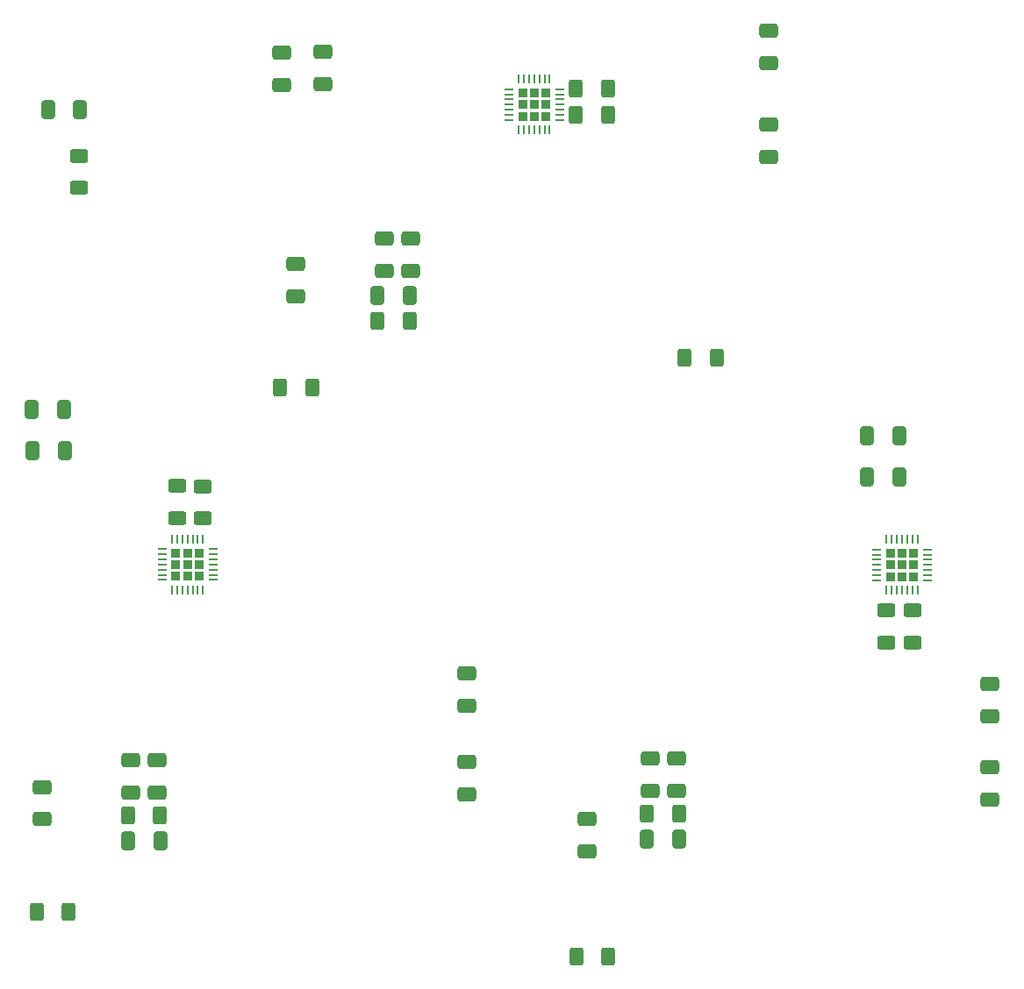
<source format=gbp>
%TF.GenerationSoftware,KiCad,Pcbnew,9.0.0*%
%TF.CreationDate,2025-04-09T12:56:57-04:00*%
%TF.ProjectId,Network_and_Switch,4e657477-6f72-46b5-9f61-6e645f537769,rev?*%
%TF.SameCoordinates,Original*%
%TF.FileFunction,Paste,Bot*%
%TF.FilePolarity,Positive*%
%FSLAX46Y46*%
G04 Gerber Fmt 4.6, Leading zero omitted, Abs format (unit mm)*
G04 Created by KiCad (PCBNEW 9.0.0) date 2025-04-09 12:56:57*
%MOMM*%
%LPD*%
G01*
G04 APERTURE LIST*
G04 Aperture macros list*
%AMRoundRect*
0 Rectangle with rounded corners*
0 $1 Rounding radius*
0 $2 $3 $4 $5 $6 $7 $8 $9 X,Y pos of 4 corners*
0 Add a 4 corners polygon primitive as box body*
4,1,4,$2,$3,$4,$5,$6,$7,$8,$9,$2,$3,0*
0 Add four circle primitives for the rounded corners*
1,1,$1+$1,$2,$3*
1,1,$1+$1,$4,$5*
1,1,$1+$1,$6,$7*
1,1,$1+$1,$8,$9*
0 Add four rect primitives between the rounded corners*
20,1,$1+$1,$2,$3,$4,$5,0*
20,1,$1+$1,$4,$5,$6,$7,0*
20,1,$1+$1,$6,$7,$8,$9,0*
20,1,$1+$1,$8,$9,$2,$3,0*%
G04 Aperture macros list end*
%ADD10RoundRect,0.250000X-0.650000X0.412500X-0.650000X-0.412500X0.650000X-0.412500X0.650000X0.412500X0*%
%ADD11RoundRect,0.250000X-0.400000X-0.625000X0.400000X-0.625000X0.400000X0.625000X-0.400000X0.625000X0*%
%ADD12RoundRect,0.225000X0.225000X0.225000X-0.225000X0.225000X-0.225000X-0.225000X0.225000X-0.225000X0*%
%ADD13RoundRect,0.062500X0.337500X0.062500X-0.337500X0.062500X-0.337500X-0.062500X0.337500X-0.062500X0*%
%ADD14RoundRect,0.062500X0.062500X0.337500X-0.062500X0.337500X-0.062500X-0.337500X0.062500X-0.337500X0*%
%ADD15RoundRect,0.250000X0.400000X0.625000X-0.400000X0.625000X-0.400000X-0.625000X0.400000X-0.625000X0*%
%ADD16RoundRect,0.250000X0.650000X-0.412500X0.650000X0.412500X-0.650000X0.412500X-0.650000X-0.412500X0*%
%ADD17RoundRect,0.250000X-0.412500X-0.650000X0.412500X-0.650000X0.412500X0.650000X-0.412500X0.650000X0*%
%ADD18RoundRect,0.225000X-0.225000X-0.225000X0.225000X-0.225000X0.225000X0.225000X-0.225000X0.225000X0*%
%ADD19RoundRect,0.062500X-0.337500X-0.062500X0.337500X-0.062500X0.337500X0.062500X-0.337500X0.062500X0*%
%ADD20RoundRect,0.062500X-0.062500X-0.337500X0.062500X-0.337500X0.062500X0.337500X-0.062500X0.337500X0*%
%ADD21RoundRect,0.250000X-0.625000X0.400000X-0.625000X-0.400000X0.625000X-0.400000X0.625000X0.400000X0*%
%ADD22RoundRect,0.250000X0.625000X-0.400000X0.625000X0.400000X-0.625000X0.400000X-0.625000X-0.400000X0*%
%ADD23RoundRect,0.225000X-0.225000X0.225000X-0.225000X-0.225000X0.225000X-0.225000X0.225000X0.225000X0*%
%ADD24RoundRect,0.062500X-0.062500X0.337500X-0.062500X-0.337500X0.062500X-0.337500X0.062500X0.337500X0*%
%ADD25RoundRect,0.062500X-0.337500X0.062500X-0.337500X-0.062500X0.337500X-0.062500X0.337500X0.062500X0*%
%ADD26RoundRect,0.250000X0.412500X0.650000X-0.412500X0.650000X-0.412500X-0.650000X0.412500X-0.650000X0*%
G04 APERTURE END LIST*
D10*
%TO.C,C19*%
X135400000Y-93500000D03*
X135400000Y-96625000D03*
%TD*%
D11*
%TO.C,R9*%
X52200000Y-106175000D03*
X55300000Y-106175000D03*
%TD*%
D12*
%TO.C,U15*%
X128004050Y-83120000D03*
X128004050Y-82000000D03*
X128004050Y-80880000D03*
X126884050Y-83120000D03*
X126884050Y-82000000D03*
X126884050Y-80880000D03*
X125764050Y-83120000D03*
X125764050Y-82000000D03*
X125764050Y-80880000D03*
D13*
X129334050Y-80500000D03*
X129334050Y-81000000D03*
X129334050Y-81500000D03*
X129334050Y-82000000D03*
X129334050Y-82500000D03*
X129334050Y-83000000D03*
X129334050Y-83500000D03*
D14*
X128384050Y-84450000D03*
X127884050Y-84450000D03*
X127384050Y-84450000D03*
X126884050Y-84450000D03*
X126384050Y-84450000D03*
X125884050Y-84450000D03*
X125384050Y-84450000D03*
D13*
X124434050Y-83500000D03*
X124434050Y-83000000D03*
X124434050Y-82500000D03*
X124434050Y-82000000D03*
X124434050Y-81500000D03*
X124434050Y-81000000D03*
X124434050Y-80500000D03*
D14*
X125384050Y-79550000D03*
X125884050Y-79550000D03*
X126384050Y-79550000D03*
X126884050Y-79550000D03*
X127384050Y-79550000D03*
X127884050Y-79550000D03*
X128384050Y-79550000D03*
%TD*%
D15*
%TO.C,R7*%
X98500000Y-36000000D03*
X95400000Y-36000000D03*
%TD*%
D16*
%TO.C,C13*%
X55000000Y-104000000D03*
X55000000Y-100875000D03*
%TD*%
D17*
%TO.C,C12*%
X52200000Y-108675000D03*
X55325000Y-108675000D03*
%TD*%
D10*
%TO.C,C10*%
X84900000Y-92500000D03*
X84900000Y-95625000D03*
%TD*%
D18*
%TO.C,U10*%
X56830000Y-80830000D03*
X56830000Y-81950000D03*
X56830000Y-83070000D03*
X57950000Y-80830000D03*
X57950000Y-81950000D03*
X57950000Y-83070000D03*
X59070000Y-80830000D03*
X59070000Y-81950000D03*
X59070000Y-83070000D03*
D19*
X55500000Y-83450000D03*
X55500000Y-82950000D03*
X55500000Y-82450000D03*
X55500000Y-81950000D03*
X55500000Y-81450000D03*
X55500000Y-80950000D03*
X55500000Y-80450000D03*
D20*
X56450000Y-79500000D03*
X56950000Y-79500000D03*
X57450000Y-79500000D03*
X57950000Y-79500000D03*
X58450000Y-79500000D03*
X58950000Y-79500000D03*
X59450000Y-79500000D03*
D19*
X60400000Y-80450000D03*
X60400000Y-80950000D03*
X60400000Y-81450000D03*
X60400000Y-81950000D03*
X60400000Y-82450000D03*
X60400000Y-82950000D03*
X60400000Y-83450000D03*
D20*
X59450000Y-84400000D03*
X58950000Y-84400000D03*
X58450000Y-84400000D03*
X57950000Y-84400000D03*
X57450000Y-84400000D03*
X56950000Y-84400000D03*
X56450000Y-84400000D03*
%TD*%
D10*
%TO.C,C7*%
X67000000Y-32562500D03*
X67000000Y-35687500D03*
%TD*%
D21*
%TO.C,R24*%
X125394050Y-86400000D03*
X125394050Y-89500000D03*
%TD*%
D22*
%TO.C,R16*%
X59450000Y-77500000D03*
X59450000Y-74400000D03*
%TD*%
D16*
%TO.C,C15*%
X52500000Y-104000000D03*
X52500000Y-100875000D03*
%TD*%
%TO.C,C24*%
X105100000Y-103825000D03*
X105100000Y-100700000D03*
%TD*%
D17*
%TO.C,C21*%
X102300000Y-108500000D03*
X105425000Y-108500000D03*
%TD*%
D11*
%TO.C,R28*%
X95450000Y-119800000D03*
X98550000Y-119800000D03*
%TD*%
D23*
%TO.C,U5*%
X92520000Y-36430000D03*
X91400000Y-36430000D03*
X90280000Y-36430000D03*
X92520000Y-37550000D03*
X91400000Y-37550000D03*
X90280000Y-37550000D03*
X92520000Y-38670000D03*
X91400000Y-38670000D03*
X90280000Y-38670000D03*
D24*
X89900000Y-35100000D03*
X90400000Y-35100000D03*
X90900000Y-35100000D03*
X91400000Y-35100000D03*
X91900000Y-35100000D03*
X92400000Y-35100000D03*
X92900000Y-35100000D03*
D25*
X93850000Y-36050000D03*
X93850000Y-36550000D03*
X93850000Y-37050000D03*
X93850000Y-37550000D03*
X93850000Y-38050000D03*
X93850000Y-38550000D03*
X93850000Y-39050000D03*
D24*
X92900000Y-40000000D03*
X92400000Y-40000000D03*
X91900000Y-40000000D03*
X91400000Y-40000000D03*
X90900000Y-40000000D03*
X90400000Y-40000000D03*
X89900000Y-40000000D03*
D25*
X88950000Y-39050000D03*
X88950000Y-38550000D03*
X88950000Y-38050000D03*
X88950000Y-37550000D03*
X88950000Y-37050000D03*
X88950000Y-36550000D03*
X88950000Y-36050000D03*
%TD*%
D11*
%TO.C,R17*%
X102300000Y-106000000D03*
X105400000Y-106000000D03*
%TD*%
D17*
%TO.C,C31*%
X123500000Y-73500000D03*
X126625000Y-73500000D03*
%TD*%
D10*
%TO.C,C32*%
X68400000Y-52950000D03*
X68400000Y-56075000D03*
%TD*%
%TO.C,C1*%
X114060000Y-30375000D03*
X114060000Y-33500000D03*
%TD*%
D26*
%TO.C,C16*%
X46000000Y-67000000D03*
X42875000Y-67000000D03*
%TD*%
D10*
%TO.C,C30*%
X43900000Y-103437500D03*
X43900000Y-106562500D03*
%TD*%
D21*
%TO.C,R2*%
X47500000Y-42500000D03*
X47500000Y-45600000D03*
%TD*%
D10*
%TO.C,C14*%
X84900000Y-101000000D03*
X84900000Y-104125000D03*
%TD*%
D15*
%TO.C,R25*%
X109000000Y-62000000D03*
X105900000Y-62000000D03*
%TD*%
D11*
%TO.C,R8*%
X95400000Y-38500000D03*
X98500000Y-38500000D03*
%TD*%
%TO.C,R18*%
X43400000Y-115500000D03*
X46500000Y-115500000D03*
%TD*%
D10*
%TO.C,C23*%
X135400000Y-101500000D03*
X135400000Y-104625000D03*
%TD*%
D16*
%TO.C,C35*%
X79500000Y-53575000D03*
X79500000Y-50450000D03*
%TD*%
D10*
%TO.C,C5*%
X114060000Y-39500000D03*
X114060000Y-42625000D03*
%TD*%
D26*
%TO.C,C33*%
X79362500Y-55950000D03*
X76237500Y-55950000D03*
%TD*%
%TO.C,C25*%
X126625000Y-69500000D03*
X123500000Y-69500000D03*
%TD*%
D16*
%TO.C,C11*%
X71000000Y-35562500D03*
X71000000Y-32437500D03*
%TD*%
D11*
%TO.C,R26*%
X66900000Y-64850000D03*
X70000000Y-64850000D03*
%TD*%
D17*
%TO.C,C20*%
X43000000Y-71000000D03*
X46125000Y-71000000D03*
%TD*%
D10*
%TO.C,C28*%
X96460000Y-106500000D03*
X96460000Y-109625000D03*
%TD*%
D22*
%TO.C,R23*%
X127894050Y-89500000D03*
X127894050Y-86400000D03*
%TD*%
D16*
%TO.C,C34*%
X76950000Y-53625000D03*
X76950000Y-50500000D03*
%TD*%
D17*
%TO.C,C2*%
X44475000Y-38000000D03*
X47600000Y-38000000D03*
%TD*%
D15*
%TO.C,R27*%
X79400000Y-58450000D03*
X76300000Y-58450000D03*
%TD*%
D21*
%TO.C,R15*%
X57000000Y-74350000D03*
X57000000Y-77450000D03*
%TD*%
D16*
%TO.C,C22*%
X102600000Y-103825000D03*
X102600000Y-100700000D03*
%TD*%
M02*

</source>
